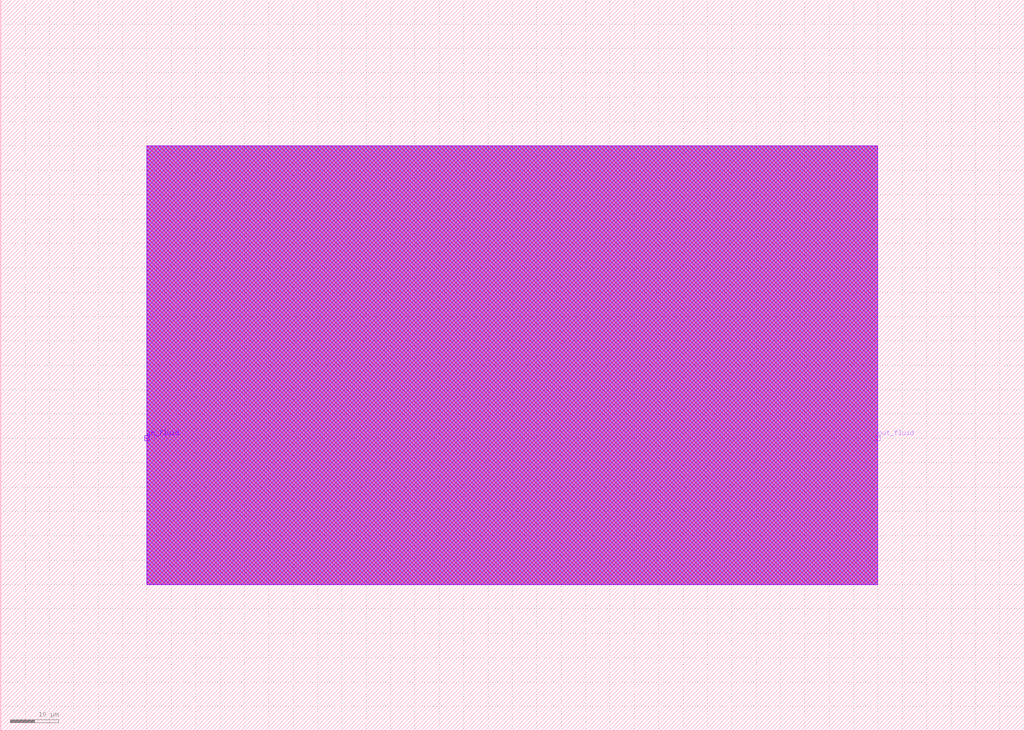
<source format=lef>

MACRO directional_res_800nl
  CLASS CORE ;
  ORIGIN  0 0 ;
  FOREIGN directional_res_800nl 0 0 ;
  SIZE 210 BY 150 ;
  SYMMETRY X Y ;
  SITE CoreSite ;
  PIN in_fluid
    DIRECTION INPUT ;
    USE SIGNAL ;
    PORT
      LAYER met8 ;
        RECT 29.5 59.5 30.5 60.5 ;
    END
  END in_fluid
  PIN out_fluid
    DIRECTION OUTPUT ;
    USE SIGNAL ;
    PORT
      LAYER met1 ;
        RECT 179.5 59.5 180.5 60.5 ;
    END
  END out_fluid
  OBS
    LAYER met1 ;
      RECT 30 30 180 120 ;
    LAYER met2 ;
      RECT 30 30 180 120 ;
    LAYER met3 ;
      RECT 30 30 180 120 ;
    LAYER met4 ;
      RECT 30 30 180 120 ;
    LAYER met5 ;
      RECT 30 30 180 120 ;
    LAYER met6 ;
      RECT 30 30 180 120 ;
    LAYER met7 ;
      RECT 30 30 180 120 ;
    LAYER met8 ;
      RECT 30 30 180 120 ;
  END
  PROPERTY CatenaDesignType "deviceLevel" ;
END directional_res_800nl

</source>
